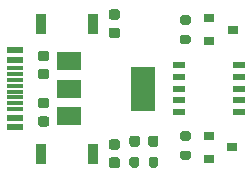
<source format=gbr>
%TF.GenerationSoftware,KiCad,Pcbnew,(5.1.8)-1*%
%TF.CreationDate,2021-01-13T21:24:39+08:00*%
%TF.ProjectId,downloader,646f776e-6c6f-4616-9465-722e6b696361,rev?*%
%TF.SameCoordinates,Original*%
%TF.FileFunction,Paste,Top*%
%TF.FilePolarity,Positive*%
%FSLAX46Y46*%
G04 Gerber Fmt 4.6, Leading zero omitted, Abs format (unit mm)*
G04 Created by KiCad (PCBNEW (5.1.8)-1) date 2021-01-13 21:24:39*
%MOMM*%
%LPD*%
G01*
G04 APERTURE LIST*
%ADD10R,1.450000X0.600000*%
%ADD11R,1.450000X0.300000*%
%ADD12R,1.100000X0.510000*%
%ADD13R,2.000000X1.500000*%
%ADD14R,2.000000X3.800000*%
%ADD15R,0.900000X1.700000*%
%ADD16R,0.900000X0.800000*%
G04 APERTURE END LIST*
D10*
%TO.C,J1*%
X107045000Y-95750000D03*
X107045000Y-94950000D03*
X107045000Y-90050000D03*
X107045000Y-89250000D03*
X107045000Y-89250000D03*
X107045000Y-90050000D03*
X107045000Y-94950000D03*
X107045000Y-95750000D03*
D11*
X107045000Y-90750000D03*
X107045000Y-91250000D03*
X107045000Y-91750000D03*
X107045000Y-92750000D03*
X107045000Y-93250000D03*
X107045000Y-93750000D03*
X107045000Y-94250000D03*
X107045000Y-92250000D03*
%TD*%
%TO.C,R1*%
G36*
G01*
X118425000Y-99000000D02*
X118425000Y-98450000D01*
G75*
G02*
X118625000Y-98250000I200000J0D01*
G01*
X119025000Y-98250000D01*
G75*
G02*
X119225000Y-98450000I0J-200000D01*
G01*
X119225000Y-99000000D01*
G75*
G02*
X119025000Y-99200000I-200000J0D01*
G01*
X118625000Y-99200000D01*
G75*
G02*
X118425000Y-99000000I0J200000D01*
G01*
G37*
G36*
G01*
X116775000Y-99000000D02*
X116775000Y-98450000D01*
G75*
G02*
X116975000Y-98250000I200000J0D01*
G01*
X117375000Y-98250000D01*
G75*
G02*
X117575000Y-98450000I0J-200000D01*
G01*
X117575000Y-99000000D01*
G75*
G02*
X117375000Y-99200000I-200000J0D01*
G01*
X116975000Y-99200000D01*
G75*
G02*
X116775000Y-99000000I0J200000D01*
G01*
G37*
%TD*%
%TO.C,D1*%
G36*
G01*
X118350000Y-97206250D02*
X118350000Y-96693750D01*
G75*
G02*
X118568750Y-96475000I218750J0D01*
G01*
X119006250Y-96475000D01*
G75*
G02*
X119225000Y-96693750I0J-218750D01*
G01*
X119225000Y-97206250D01*
G75*
G02*
X119006250Y-97425000I-218750J0D01*
G01*
X118568750Y-97425000D01*
G75*
G02*
X118350000Y-97206250I0J218750D01*
G01*
G37*
G36*
G01*
X116775000Y-97206250D02*
X116775000Y-96693750D01*
G75*
G02*
X116993750Y-96475000I218750J0D01*
G01*
X117431250Y-96475000D01*
G75*
G02*
X117650000Y-96693750I0J-218750D01*
G01*
X117650000Y-97206250D01*
G75*
G02*
X117431250Y-97425000I-218750J0D01*
G01*
X116993750Y-97425000D01*
G75*
G02*
X116775000Y-97206250I0J218750D01*
G01*
G37*
%TD*%
D12*
%TO.C,U2*%
X126050000Y-90500000D03*
X126050000Y-91500000D03*
X120950000Y-94500000D03*
X126050000Y-92500000D03*
X126050000Y-93500000D03*
X126050000Y-94500000D03*
X120950000Y-93500000D03*
X120950000Y-92500000D03*
X120950000Y-91500000D03*
X120950000Y-90500000D03*
%TD*%
D13*
%TO.C,U1*%
X111650000Y-90200000D03*
X111650000Y-94800000D03*
X111650000Y-92500000D03*
D14*
X117950000Y-92500000D03*
%TD*%
D15*
%TO.C,SW2*%
X113700000Y-98000000D03*
X109300000Y-98000000D03*
%TD*%
%TO.C,SW1*%
X113700000Y-87000000D03*
X109300000Y-87000000D03*
%TD*%
%TO.C,R3*%
G36*
G01*
X121250000Y-97750000D02*
X121800000Y-97750000D01*
G75*
G02*
X122000000Y-97950000I0J-200000D01*
G01*
X122000000Y-98350000D01*
G75*
G02*
X121800000Y-98550000I-200000J0D01*
G01*
X121250000Y-98550000D01*
G75*
G02*
X121050000Y-98350000I0J200000D01*
G01*
X121050000Y-97950000D01*
G75*
G02*
X121250000Y-97750000I200000J0D01*
G01*
G37*
G36*
G01*
X121250000Y-96100000D02*
X121800000Y-96100000D01*
G75*
G02*
X122000000Y-96300000I0J-200000D01*
G01*
X122000000Y-96700000D01*
G75*
G02*
X121800000Y-96900000I-200000J0D01*
G01*
X121250000Y-96900000D01*
G75*
G02*
X121050000Y-96700000I0J200000D01*
G01*
X121050000Y-96300000D01*
G75*
G02*
X121250000Y-96100000I200000J0D01*
G01*
G37*
%TD*%
%TO.C,R2*%
G36*
G01*
X121225000Y-87925000D02*
X121775000Y-87925000D01*
G75*
G02*
X121975000Y-88125000I0J-200000D01*
G01*
X121975000Y-88525000D01*
G75*
G02*
X121775000Y-88725000I-200000J0D01*
G01*
X121225000Y-88725000D01*
G75*
G02*
X121025000Y-88525000I0J200000D01*
G01*
X121025000Y-88125000D01*
G75*
G02*
X121225000Y-87925000I200000J0D01*
G01*
G37*
G36*
G01*
X121225000Y-86275000D02*
X121775000Y-86275000D01*
G75*
G02*
X121975000Y-86475000I0J-200000D01*
G01*
X121975000Y-86875000D01*
G75*
G02*
X121775000Y-87075000I-200000J0D01*
G01*
X121225000Y-87075000D01*
G75*
G02*
X121025000Y-86875000I0J200000D01*
G01*
X121025000Y-86475000D01*
G75*
G02*
X121225000Y-86275000I200000J0D01*
G01*
G37*
%TD*%
D16*
%TO.C,Q2*%
X125475000Y-97475000D03*
X123475000Y-98425000D03*
X123475000Y-96525000D03*
%TD*%
%TO.C,Q1*%
X125500000Y-87500000D03*
X123500000Y-88450000D03*
X123500000Y-86550000D03*
%TD*%
%TO.C,C4*%
G36*
G01*
X115750000Y-97675000D02*
X115250000Y-97675000D01*
G75*
G02*
X115025000Y-97450000I0J225000D01*
G01*
X115025000Y-97000000D01*
G75*
G02*
X115250000Y-96775000I225000J0D01*
G01*
X115750000Y-96775000D01*
G75*
G02*
X115975000Y-97000000I0J-225000D01*
G01*
X115975000Y-97450000D01*
G75*
G02*
X115750000Y-97675000I-225000J0D01*
G01*
G37*
G36*
G01*
X115750000Y-99225000D02*
X115250000Y-99225000D01*
G75*
G02*
X115025000Y-99000000I0J225000D01*
G01*
X115025000Y-98550000D01*
G75*
G02*
X115250000Y-98325000I225000J0D01*
G01*
X115750000Y-98325000D01*
G75*
G02*
X115975000Y-98550000I0J-225000D01*
G01*
X115975000Y-99000000D01*
G75*
G02*
X115750000Y-99225000I-225000J0D01*
G01*
G37*
%TD*%
%TO.C,C2*%
G36*
G01*
X115750000Y-86675000D02*
X115250000Y-86675000D01*
G75*
G02*
X115025000Y-86450000I0J225000D01*
G01*
X115025000Y-86000000D01*
G75*
G02*
X115250000Y-85775000I225000J0D01*
G01*
X115750000Y-85775000D01*
G75*
G02*
X115975000Y-86000000I0J-225000D01*
G01*
X115975000Y-86450000D01*
G75*
G02*
X115750000Y-86675000I-225000J0D01*
G01*
G37*
G36*
G01*
X115750000Y-88225000D02*
X115250000Y-88225000D01*
G75*
G02*
X115025000Y-88000000I0J225000D01*
G01*
X115025000Y-87550000D01*
G75*
G02*
X115250000Y-87325000I225000J0D01*
G01*
X115750000Y-87325000D01*
G75*
G02*
X115975000Y-87550000I0J-225000D01*
G01*
X115975000Y-88000000D01*
G75*
G02*
X115750000Y-88225000I-225000J0D01*
G01*
G37*
%TD*%
%TO.C,C3*%
G36*
G01*
X109750000Y-94175000D02*
X109250000Y-94175000D01*
G75*
G02*
X109025000Y-93950000I0J225000D01*
G01*
X109025000Y-93500000D01*
G75*
G02*
X109250000Y-93275000I225000J0D01*
G01*
X109750000Y-93275000D01*
G75*
G02*
X109975000Y-93500000I0J-225000D01*
G01*
X109975000Y-93950000D01*
G75*
G02*
X109750000Y-94175000I-225000J0D01*
G01*
G37*
G36*
G01*
X109750000Y-95725000D02*
X109250000Y-95725000D01*
G75*
G02*
X109025000Y-95500000I0J225000D01*
G01*
X109025000Y-95050000D01*
G75*
G02*
X109250000Y-94825000I225000J0D01*
G01*
X109750000Y-94825000D01*
G75*
G02*
X109975000Y-95050000I0J-225000D01*
G01*
X109975000Y-95500000D01*
G75*
G02*
X109750000Y-95725000I-225000J0D01*
G01*
G37*
%TD*%
%TO.C,C1*%
G36*
G01*
X109250000Y-90825000D02*
X109750000Y-90825000D01*
G75*
G02*
X109975000Y-91050000I0J-225000D01*
G01*
X109975000Y-91500000D01*
G75*
G02*
X109750000Y-91725000I-225000J0D01*
G01*
X109250000Y-91725000D01*
G75*
G02*
X109025000Y-91500000I0J225000D01*
G01*
X109025000Y-91050000D01*
G75*
G02*
X109250000Y-90825000I225000J0D01*
G01*
G37*
G36*
G01*
X109250000Y-89275000D02*
X109750000Y-89275000D01*
G75*
G02*
X109975000Y-89500000I0J-225000D01*
G01*
X109975000Y-89950000D01*
G75*
G02*
X109750000Y-90175000I-225000J0D01*
G01*
X109250000Y-90175000D01*
G75*
G02*
X109025000Y-89950000I0J225000D01*
G01*
X109025000Y-89500000D01*
G75*
G02*
X109250000Y-89275000I225000J0D01*
G01*
G37*
%TD*%
M02*

</source>
